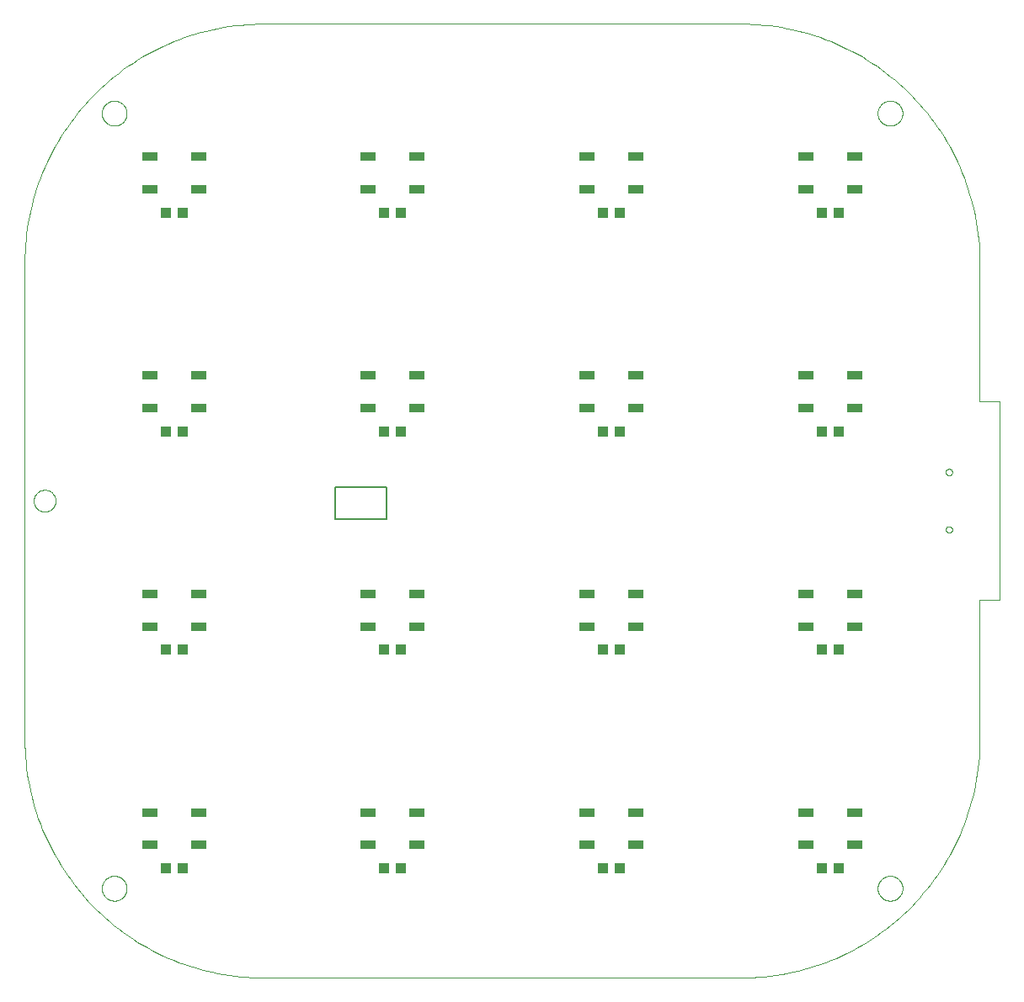
<source format=gtp>
G04 EAGLE Gerber RS-274X export*
G75*
%MOMM*%
%FSLAX34Y34*%
%LPD*%
%INtCream*%
%IPPOS*%
%AMOC8*
5,1,8,0,0,1.08239X$1,22.5*%
G01*
%ADD10C,0.076200*%
%ADD11C,0.152400*%
%ADD12C,0.000000*%
%ADD13R,1.100000X1.000000*%
%ADD14R,1.500000X0.900000*%


D10*
X0Y240000D02*
X70Y234201D01*
X280Y228405D01*
X630Y222616D01*
X1120Y216837D01*
X1750Y211071D01*
X2518Y205323D01*
X3426Y199594D01*
X4471Y193890D01*
X5654Y188212D01*
X6974Y182564D01*
X8430Y176950D01*
X10021Y171373D01*
X11746Y165836D01*
X13605Y160342D01*
X15596Y154895D01*
X17718Y149497D01*
X19970Y144152D01*
X22350Y138864D01*
X24858Y133634D01*
X27491Y128466D01*
X30248Y123364D01*
X33127Y118330D01*
X36128Y113366D01*
X39247Y108477D01*
X42484Y103664D01*
X45836Y98932D01*
X49301Y94281D01*
X52878Y89716D01*
X56564Y85238D01*
X60357Y80851D01*
X64256Y76556D01*
X68256Y72357D01*
X72357Y68256D01*
X76556Y64256D01*
X80851Y60357D01*
X85238Y56564D01*
X89716Y52878D01*
X94281Y49301D01*
X98932Y45836D01*
X103664Y42484D01*
X108477Y39247D01*
X113366Y36128D01*
X118330Y33127D01*
X123364Y30248D01*
X128466Y27491D01*
X133634Y24858D01*
X138864Y22350D01*
X144152Y19970D01*
X149497Y17718D01*
X154895Y15596D01*
X160342Y13605D01*
X165836Y11746D01*
X171373Y10021D01*
X176950Y8430D01*
X182564Y6974D01*
X188212Y5654D01*
X193890Y4471D01*
X199594Y3426D01*
X205323Y2518D01*
X211071Y1750D01*
X216837Y1120D01*
X222616Y630D01*
X228405Y280D01*
X234201Y70D01*
X240000Y0D01*
X0Y720000D02*
X70Y725799D01*
X280Y731595D01*
X630Y737384D01*
X1120Y743163D01*
X1750Y748929D01*
X2518Y754677D01*
X3426Y760406D01*
X4471Y766110D01*
X5654Y771788D01*
X6974Y777436D01*
X8430Y783050D01*
X10021Y788627D01*
X11746Y794164D01*
X13605Y799658D01*
X15596Y805105D01*
X17718Y810503D01*
X19970Y815848D01*
X22350Y821136D01*
X24858Y826366D01*
X27491Y831534D01*
X30248Y836636D01*
X33127Y841670D01*
X36128Y846634D01*
X39247Y851523D01*
X42484Y856336D01*
X45836Y861068D01*
X49301Y865719D01*
X52878Y870284D01*
X56564Y874762D01*
X60357Y879149D01*
X64256Y883444D01*
X68256Y887643D01*
X72357Y891744D01*
X76556Y895744D01*
X80851Y899643D01*
X85238Y903436D01*
X89716Y907122D01*
X94281Y910699D01*
X98932Y914164D01*
X103664Y917516D01*
X108477Y920753D01*
X113366Y923872D01*
X118330Y926873D01*
X123364Y929752D01*
X128466Y932509D01*
X133634Y935142D01*
X138864Y937650D01*
X144152Y940030D01*
X149497Y942282D01*
X154895Y944404D01*
X160342Y946395D01*
X165836Y948254D01*
X171373Y949979D01*
X176950Y951570D01*
X182564Y953026D01*
X188212Y954346D01*
X193890Y955529D01*
X199594Y956574D01*
X205323Y957482D01*
X211071Y958250D01*
X216837Y958880D01*
X222616Y959370D01*
X228405Y959720D01*
X234201Y959930D01*
X240000Y960000D01*
X720000Y960000D02*
X725799Y959930D01*
X731595Y959720D01*
X737384Y959370D01*
X743163Y958880D01*
X748929Y958250D01*
X754677Y957482D01*
X760406Y956574D01*
X766110Y955529D01*
X771788Y954346D01*
X777436Y953026D01*
X783050Y951570D01*
X788627Y949979D01*
X794164Y948254D01*
X799658Y946395D01*
X805105Y944404D01*
X810503Y942282D01*
X815848Y940030D01*
X821136Y937650D01*
X826366Y935142D01*
X831534Y932509D01*
X836636Y929752D01*
X841670Y926873D01*
X846634Y923872D01*
X851523Y920753D01*
X856336Y917516D01*
X861068Y914164D01*
X865719Y910699D01*
X870284Y907122D01*
X874762Y903436D01*
X879149Y899643D01*
X883444Y895744D01*
X887643Y891744D01*
X891744Y887643D01*
X895744Y883444D01*
X899643Y879149D01*
X903436Y874762D01*
X907122Y870284D01*
X910699Y865719D01*
X914164Y861068D01*
X917516Y856336D01*
X920753Y851523D01*
X923872Y846634D01*
X926873Y841670D01*
X929752Y836636D01*
X932509Y831534D01*
X935142Y826366D01*
X937650Y821136D01*
X940030Y815848D01*
X942282Y810503D01*
X944404Y805105D01*
X946395Y799658D01*
X948254Y794164D01*
X949979Y788627D01*
X951570Y783050D01*
X953026Y777436D01*
X954346Y771788D01*
X955529Y766110D01*
X956574Y760406D01*
X957482Y754677D01*
X958250Y748929D01*
X958880Y743163D01*
X959370Y737384D01*
X959720Y731595D01*
X959930Y725799D01*
X960000Y720000D01*
X960000Y240000D02*
X959930Y234201D01*
X959720Y228405D01*
X959370Y222616D01*
X958880Y216837D01*
X958250Y211071D01*
X957482Y205323D01*
X956574Y199594D01*
X955529Y193890D01*
X954346Y188212D01*
X953026Y182564D01*
X951570Y176950D01*
X949979Y171373D01*
X948254Y165836D01*
X946395Y160342D01*
X944404Y154895D01*
X942282Y149497D01*
X940030Y144152D01*
X937650Y138864D01*
X935142Y133634D01*
X932509Y128466D01*
X929752Y123364D01*
X926873Y118330D01*
X923872Y113366D01*
X920753Y108477D01*
X917516Y103664D01*
X914164Y98932D01*
X910699Y94281D01*
X907122Y89716D01*
X903436Y85238D01*
X899643Y80851D01*
X895744Y76556D01*
X891744Y72357D01*
X887643Y68256D01*
X883444Y64256D01*
X879149Y60357D01*
X874762Y56564D01*
X870284Y52878D01*
X865719Y49301D01*
X861068Y45836D01*
X856336Y42484D01*
X851523Y39247D01*
X846634Y36128D01*
X841670Y33127D01*
X836636Y30248D01*
X831534Y27491D01*
X826366Y24858D01*
X821136Y22350D01*
X815848Y19970D01*
X810503Y17718D01*
X805105Y15596D01*
X799658Y13605D01*
X794164Y11746D01*
X788627Y10021D01*
X783050Y8430D01*
X777436Y6974D01*
X771788Y5654D01*
X766110Y4471D01*
X760406Y3426D01*
X754677Y2518D01*
X748929Y1750D01*
X743163Y1120D01*
X737384Y630D01*
X731595Y280D01*
X725799Y70D01*
X720000Y0D01*
D11*
X364000Y462000D02*
X364000Y494000D01*
X312000Y494000D01*
X312000Y462000D01*
X364000Y462000D01*
D10*
X0Y240000D02*
X0Y720000D01*
X240000Y960000D02*
X720000Y960000D01*
X960000Y720000D02*
X960000Y580000D01*
X960000Y380000D02*
X960000Y240000D01*
X720000Y0D02*
X240000Y0D01*
X960000Y580000D02*
X980000Y580000D01*
X980000Y380000D01*
X960000Y380000D01*
D12*
X77500Y90000D02*
X77504Y90307D01*
X77515Y90613D01*
X77534Y90920D01*
X77560Y91225D01*
X77594Y91530D01*
X77635Y91834D01*
X77684Y92137D01*
X77740Y92439D01*
X77804Y92739D01*
X77875Y93037D01*
X77953Y93334D01*
X78038Y93629D01*
X78131Y93921D01*
X78231Y94211D01*
X78338Y94499D01*
X78452Y94784D01*
X78572Y95066D01*
X78700Y95344D01*
X78835Y95620D01*
X78976Y95892D01*
X79124Y96161D01*
X79278Y96426D01*
X79439Y96687D01*
X79607Y96945D01*
X79780Y97198D01*
X79960Y97446D01*
X80146Y97690D01*
X80337Y97930D01*
X80535Y98165D01*
X80738Y98394D01*
X80947Y98619D01*
X81161Y98839D01*
X81381Y99053D01*
X81606Y99262D01*
X81835Y99465D01*
X82070Y99663D01*
X82310Y99854D01*
X82554Y100040D01*
X82802Y100220D01*
X83055Y100393D01*
X83313Y100561D01*
X83574Y100722D01*
X83839Y100876D01*
X84108Y101024D01*
X84380Y101165D01*
X84656Y101300D01*
X84934Y101428D01*
X85216Y101548D01*
X85501Y101662D01*
X85789Y101769D01*
X86079Y101869D01*
X86371Y101962D01*
X86666Y102047D01*
X86963Y102125D01*
X87261Y102196D01*
X87561Y102260D01*
X87863Y102316D01*
X88166Y102365D01*
X88470Y102406D01*
X88775Y102440D01*
X89080Y102466D01*
X89387Y102485D01*
X89693Y102496D01*
X90000Y102500D01*
X90307Y102496D01*
X90613Y102485D01*
X90920Y102466D01*
X91225Y102440D01*
X91530Y102406D01*
X91834Y102365D01*
X92137Y102316D01*
X92439Y102260D01*
X92739Y102196D01*
X93037Y102125D01*
X93334Y102047D01*
X93629Y101962D01*
X93921Y101869D01*
X94211Y101769D01*
X94499Y101662D01*
X94784Y101548D01*
X95066Y101428D01*
X95344Y101300D01*
X95620Y101165D01*
X95892Y101024D01*
X96161Y100876D01*
X96426Y100722D01*
X96687Y100561D01*
X96945Y100393D01*
X97198Y100220D01*
X97446Y100040D01*
X97690Y99854D01*
X97930Y99663D01*
X98165Y99465D01*
X98394Y99262D01*
X98619Y99053D01*
X98839Y98839D01*
X99053Y98619D01*
X99262Y98394D01*
X99465Y98165D01*
X99663Y97930D01*
X99854Y97690D01*
X100040Y97446D01*
X100220Y97198D01*
X100393Y96945D01*
X100561Y96687D01*
X100722Y96426D01*
X100876Y96161D01*
X101024Y95892D01*
X101165Y95620D01*
X101300Y95344D01*
X101428Y95066D01*
X101548Y94784D01*
X101662Y94499D01*
X101769Y94211D01*
X101869Y93921D01*
X101962Y93629D01*
X102047Y93334D01*
X102125Y93037D01*
X102196Y92739D01*
X102260Y92439D01*
X102316Y92137D01*
X102365Y91834D01*
X102406Y91530D01*
X102440Y91225D01*
X102466Y90920D01*
X102485Y90613D01*
X102496Y90307D01*
X102500Y90000D01*
X102496Y89693D01*
X102485Y89387D01*
X102466Y89080D01*
X102440Y88775D01*
X102406Y88470D01*
X102365Y88166D01*
X102316Y87863D01*
X102260Y87561D01*
X102196Y87261D01*
X102125Y86963D01*
X102047Y86666D01*
X101962Y86371D01*
X101869Y86079D01*
X101769Y85789D01*
X101662Y85501D01*
X101548Y85216D01*
X101428Y84934D01*
X101300Y84656D01*
X101165Y84380D01*
X101024Y84108D01*
X100876Y83839D01*
X100722Y83574D01*
X100561Y83313D01*
X100393Y83055D01*
X100220Y82802D01*
X100040Y82554D01*
X99854Y82310D01*
X99663Y82070D01*
X99465Y81835D01*
X99262Y81606D01*
X99053Y81381D01*
X98839Y81161D01*
X98619Y80947D01*
X98394Y80738D01*
X98165Y80535D01*
X97930Y80337D01*
X97690Y80146D01*
X97446Y79960D01*
X97198Y79780D01*
X96945Y79607D01*
X96687Y79439D01*
X96426Y79278D01*
X96161Y79124D01*
X95892Y78976D01*
X95620Y78835D01*
X95344Y78700D01*
X95066Y78572D01*
X94784Y78452D01*
X94499Y78338D01*
X94211Y78231D01*
X93921Y78131D01*
X93629Y78038D01*
X93334Y77953D01*
X93037Y77875D01*
X92739Y77804D01*
X92439Y77740D01*
X92137Y77684D01*
X91834Y77635D01*
X91530Y77594D01*
X91225Y77560D01*
X90920Y77534D01*
X90613Y77515D01*
X90307Y77504D01*
X90000Y77500D01*
X89693Y77504D01*
X89387Y77515D01*
X89080Y77534D01*
X88775Y77560D01*
X88470Y77594D01*
X88166Y77635D01*
X87863Y77684D01*
X87561Y77740D01*
X87261Y77804D01*
X86963Y77875D01*
X86666Y77953D01*
X86371Y78038D01*
X86079Y78131D01*
X85789Y78231D01*
X85501Y78338D01*
X85216Y78452D01*
X84934Y78572D01*
X84656Y78700D01*
X84380Y78835D01*
X84108Y78976D01*
X83839Y79124D01*
X83574Y79278D01*
X83313Y79439D01*
X83055Y79607D01*
X82802Y79780D01*
X82554Y79960D01*
X82310Y80146D01*
X82070Y80337D01*
X81835Y80535D01*
X81606Y80738D01*
X81381Y80947D01*
X81161Y81161D01*
X80947Y81381D01*
X80738Y81606D01*
X80535Y81835D01*
X80337Y82070D01*
X80146Y82310D01*
X79960Y82554D01*
X79780Y82802D01*
X79607Y83055D01*
X79439Y83313D01*
X79278Y83574D01*
X79124Y83839D01*
X78976Y84108D01*
X78835Y84380D01*
X78700Y84656D01*
X78572Y84934D01*
X78452Y85216D01*
X78338Y85501D01*
X78231Y85789D01*
X78131Y86079D01*
X78038Y86371D01*
X77953Y86666D01*
X77875Y86963D01*
X77804Y87261D01*
X77740Y87561D01*
X77684Y87863D01*
X77635Y88166D01*
X77594Y88470D01*
X77560Y88775D01*
X77534Y89080D01*
X77515Y89387D01*
X77504Y89693D01*
X77500Y90000D01*
X77500Y870000D02*
X77504Y870307D01*
X77515Y870613D01*
X77534Y870920D01*
X77560Y871225D01*
X77594Y871530D01*
X77635Y871834D01*
X77684Y872137D01*
X77740Y872439D01*
X77804Y872739D01*
X77875Y873037D01*
X77953Y873334D01*
X78038Y873629D01*
X78131Y873921D01*
X78231Y874211D01*
X78338Y874499D01*
X78452Y874784D01*
X78572Y875066D01*
X78700Y875344D01*
X78835Y875620D01*
X78976Y875892D01*
X79124Y876161D01*
X79278Y876426D01*
X79439Y876687D01*
X79607Y876945D01*
X79780Y877198D01*
X79960Y877446D01*
X80146Y877690D01*
X80337Y877930D01*
X80535Y878165D01*
X80738Y878394D01*
X80947Y878619D01*
X81161Y878839D01*
X81381Y879053D01*
X81606Y879262D01*
X81835Y879465D01*
X82070Y879663D01*
X82310Y879854D01*
X82554Y880040D01*
X82802Y880220D01*
X83055Y880393D01*
X83313Y880561D01*
X83574Y880722D01*
X83839Y880876D01*
X84108Y881024D01*
X84380Y881165D01*
X84656Y881300D01*
X84934Y881428D01*
X85216Y881548D01*
X85501Y881662D01*
X85789Y881769D01*
X86079Y881869D01*
X86371Y881962D01*
X86666Y882047D01*
X86963Y882125D01*
X87261Y882196D01*
X87561Y882260D01*
X87863Y882316D01*
X88166Y882365D01*
X88470Y882406D01*
X88775Y882440D01*
X89080Y882466D01*
X89387Y882485D01*
X89693Y882496D01*
X90000Y882500D01*
X90307Y882496D01*
X90613Y882485D01*
X90920Y882466D01*
X91225Y882440D01*
X91530Y882406D01*
X91834Y882365D01*
X92137Y882316D01*
X92439Y882260D01*
X92739Y882196D01*
X93037Y882125D01*
X93334Y882047D01*
X93629Y881962D01*
X93921Y881869D01*
X94211Y881769D01*
X94499Y881662D01*
X94784Y881548D01*
X95066Y881428D01*
X95344Y881300D01*
X95620Y881165D01*
X95892Y881024D01*
X96161Y880876D01*
X96426Y880722D01*
X96687Y880561D01*
X96945Y880393D01*
X97198Y880220D01*
X97446Y880040D01*
X97690Y879854D01*
X97930Y879663D01*
X98165Y879465D01*
X98394Y879262D01*
X98619Y879053D01*
X98839Y878839D01*
X99053Y878619D01*
X99262Y878394D01*
X99465Y878165D01*
X99663Y877930D01*
X99854Y877690D01*
X100040Y877446D01*
X100220Y877198D01*
X100393Y876945D01*
X100561Y876687D01*
X100722Y876426D01*
X100876Y876161D01*
X101024Y875892D01*
X101165Y875620D01*
X101300Y875344D01*
X101428Y875066D01*
X101548Y874784D01*
X101662Y874499D01*
X101769Y874211D01*
X101869Y873921D01*
X101962Y873629D01*
X102047Y873334D01*
X102125Y873037D01*
X102196Y872739D01*
X102260Y872439D01*
X102316Y872137D01*
X102365Y871834D01*
X102406Y871530D01*
X102440Y871225D01*
X102466Y870920D01*
X102485Y870613D01*
X102496Y870307D01*
X102500Y870000D01*
X102496Y869693D01*
X102485Y869387D01*
X102466Y869080D01*
X102440Y868775D01*
X102406Y868470D01*
X102365Y868166D01*
X102316Y867863D01*
X102260Y867561D01*
X102196Y867261D01*
X102125Y866963D01*
X102047Y866666D01*
X101962Y866371D01*
X101869Y866079D01*
X101769Y865789D01*
X101662Y865501D01*
X101548Y865216D01*
X101428Y864934D01*
X101300Y864656D01*
X101165Y864380D01*
X101024Y864108D01*
X100876Y863839D01*
X100722Y863574D01*
X100561Y863313D01*
X100393Y863055D01*
X100220Y862802D01*
X100040Y862554D01*
X99854Y862310D01*
X99663Y862070D01*
X99465Y861835D01*
X99262Y861606D01*
X99053Y861381D01*
X98839Y861161D01*
X98619Y860947D01*
X98394Y860738D01*
X98165Y860535D01*
X97930Y860337D01*
X97690Y860146D01*
X97446Y859960D01*
X97198Y859780D01*
X96945Y859607D01*
X96687Y859439D01*
X96426Y859278D01*
X96161Y859124D01*
X95892Y858976D01*
X95620Y858835D01*
X95344Y858700D01*
X95066Y858572D01*
X94784Y858452D01*
X94499Y858338D01*
X94211Y858231D01*
X93921Y858131D01*
X93629Y858038D01*
X93334Y857953D01*
X93037Y857875D01*
X92739Y857804D01*
X92439Y857740D01*
X92137Y857684D01*
X91834Y857635D01*
X91530Y857594D01*
X91225Y857560D01*
X90920Y857534D01*
X90613Y857515D01*
X90307Y857504D01*
X90000Y857500D01*
X89693Y857504D01*
X89387Y857515D01*
X89080Y857534D01*
X88775Y857560D01*
X88470Y857594D01*
X88166Y857635D01*
X87863Y857684D01*
X87561Y857740D01*
X87261Y857804D01*
X86963Y857875D01*
X86666Y857953D01*
X86371Y858038D01*
X86079Y858131D01*
X85789Y858231D01*
X85501Y858338D01*
X85216Y858452D01*
X84934Y858572D01*
X84656Y858700D01*
X84380Y858835D01*
X84108Y858976D01*
X83839Y859124D01*
X83574Y859278D01*
X83313Y859439D01*
X83055Y859607D01*
X82802Y859780D01*
X82554Y859960D01*
X82310Y860146D01*
X82070Y860337D01*
X81835Y860535D01*
X81606Y860738D01*
X81381Y860947D01*
X81161Y861161D01*
X80947Y861381D01*
X80738Y861606D01*
X80535Y861835D01*
X80337Y862070D01*
X80146Y862310D01*
X79960Y862554D01*
X79780Y862802D01*
X79607Y863055D01*
X79439Y863313D01*
X79278Y863574D01*
X79124Y863839D01*
X78976Y864108D01*
X78835Y864380D01*
X78700Y864656D01*
X78572Y864934D01*
X78452Y865216D01*
X78338Y865501D01*
X78231Y865789D01*
X78131Y866079D01*
X78038Y866371D01*
X77953Y866666D01*
X77875Y866963D01*
X77804Y867261D01*
X77740Y867561D01*
X77684Y867863D01*
X77635Y868166D01*
X77594Y868470D01*
X77560Y868775D01*
X77534Y869080D01*
X77515Y869387D01*
X77504Y869693D01*
X77500Y870000D01*
X857500Y870000D02*
X857504Y870307D01*
X857515Y870613D01*
X857534Y870920D01*
X857560Y871225D01*
X857594Y871530D01*
X857635Y871834D01*
X857684Y872137D01*
X857740Y872439D01*
X857804Y872739D01*
X857875Y873037D01*
X857953Y873334D01*
X858038Y873629D01*
X858131Y873921D01*
X858231Y874211D01*
X858338Y874499D01*
X858452Y874784D01*
X858572Y875066D01*
X858700Y875344D01*
X858835Y875620D01*
X858976Y875892D01*
X859124Y876161D01*
X859278Y876426D01*
X859439Y876687D01*
X859607Y876945D01*
X859780Y877198D01*
X859960Y877446D01*
X860146Y877690D01*
X860337Y877930D01*
X860535Y878165D01*
X860738Y878394D01*
X860947Y878619D01*
X861161Y878839D01*
X861381Y879053D01*
X861606Y879262D01*
X861835Y879465D01*
X862070Y879663D01*
X862310Y879854D01*
X862554Y880040D01*
X862802Y880220D01*
X863055Y880393D01*
X863313Y880561D01*
X863574Y880722D01*
X863839Y880876D01*
X864108Y881024D01*
X864380Y881165D01*
X864656Y881300D01*
X864934Y881428D01*
X865216Y881548D01*
X865501Y881662D01*
X865789Y881769D01*
X866079Y881869D01*
X866371Y881962D01*
X866666Y882047D01*
X866963Y882125D01*
X867261Y882196D01*
X867561Y882260D01*
X867863Y882316D01*
X868166Y882365D01*
X868470Y882406D01*
X868775Y882440D01*
X869080Y882466D01*
X869387Y882485D01*
X869693Y882496D01*
X870000Y882500D01*
X870307Y882496D01*
X870613Y882485D01*
X870920Y882466D01*
X871225Y882440D01*
X871530Y882406D01*
X871834Y882365D01*
X872137Y882316D01*
X872439Y882260D01*
X872739Y882196D01*
X873037Y882125D01*
X873334Y882047D01*
X873629Y881962D01*
X873921Y881869D01*
X874211Y881769D01*
X874499Y881662D01*
X874784Y881548D01*
X875066Y881428D01*
X875344Y881300D01*
X875620Y881165D01*
X875892Y881024D01*
X876161Y880876D01*
X876426Y880722D01*
X876687Y880561D01*
X876945Y880393D01*
X877198Y880220D01*
X877446Y880040D01*
X877690Y879854D01*
X877930Y879663D01*
X878165Y879465D01*
X878394Y879262D01*
X878619Y879053D01*
X878839Y878839D01*
X879053Y878619D01*
X879262Y878394D01*
X879465Y878165D01*
X879663Y877930D01*
X879854Y877690D01*
X880040Y877446D01*
X880220Y877198D01*
X880393Y876945D01*
X880561Y876687D01*
X880722Y876426D01*
X880876Y876161D01*
X881024Y875892D01*
X881165Y875620D01*
X881300Y875344D01*
X881428Y875066D01*
X881548Y874784D01*
X881662Y874499D01*
X881769Y874211D01*
X881869Y873921D01*
X881962Y873629D01*
X882047Y873334D01*
X882125Y873037D01*
X882196Y872739D01*
X882260Y872439D01*
X882316Y872137D01*
X882365Y871834D01*
X882406Y871530D01*
X882440Y871225D01*
X882466Y870920D01*
X882485Y870613D01*
X882496Y870307D01*
X882500Y870000D01*
X882496Y869693D01*
X882485Y869387D01*
X882466Y869080D01*
X882440Y868775D01*
X882406Y868470D01*
X882365Y868166D01*
X882316Y867863D01*
X882260Y867561D01*
X882196Y867261D01*
X882125Y866963D01*
X882047Y866666D01*
X881962Y866371D01*
X881869Y866079D01*
X881769Y865789D01*
X881662Y865501D01*
X881548Y865216D01*
X881428Y864934D01*
X881300Y864656D01*
X881165Y864380D01*
X881024Y864108D01*
X880876Y863839D01*
X880722Y863574D01*
X880561Y863313D01*
X880393Y863055D01*
X880220Y862802D01*
X880040Y862554D01*
X879854Y862310D01*
X879663Y862070D01*
X879465Y861835D01*
X879262Y861606D01*
X879053Y861381D01*
X878839Y861161D01*
X878619Y860947D01*
X878394Y860738D01*
X878165Y860535D01*
X877930Y860337D01*
X877690Y860146D01*
X877446Y859960D01*
X877198Y859780D01*
X876945Y859607D01*
X876687Y859439D01*
X876426Y859278D01*
X876161Y859124D01*
X875892Y858976D01*
X875620Y858835D01*
X875344Y858700D01*
X875066Y858572D01*
X874784Y858452D01*
X874499Y858338D01*
X874211Y858231D01*
X873921Y858131D01*
X873629Y858038D01*
X873334Y857953D01*
X873037Y857875D01*
X872739Y857804D01*
X872439Y857740D01*
X872137Y857684D01*
X871834Y857635D01*
X871530Y857594D01*
X871225Y857560D01*
X870920Y857534D01*
X870613Y857515D01*
X870307Y857504D01*
X870000Y857500D01*
X869693Y857504D01*
X869387Y857515D01*
X869080Y857534D01*
X868775Y857560D01*
X868470Y857594D01*
X868166Y857635D01*
X867863Y857684D01*
X867561Y857740D01*
X867261Y857804D01*
X866963Y857875D01*
X866666Y857953D01*
X866371Y858038D01*
X866079Y858131D01*
X865789Y858231D01*
X865501Y858338D01*
X865216Y858452D01*
X864934Y858572D01*
X864656Y858700D01*
X864380Y858835D01*
X864108Y858976D01*
X863839Y859124D01*
X863574Y859278D01*
X863313Y859439D01*
X863055Y859607D01*
X862802Y859780D01*
X862554Y859960D01*
X862310Y860146D01*
X862070Y860337D01*
X861835Y860535D01*
X861606Y860738D01*
X861381Y860947D01*
X861161Y861161D01*
X860947Y861381D01*
X860738Y861606D01*
X860535Y861835D01*
X860337Y862070D01*
X860146Y862310D01*
X859960Y862554D01*
X859780Y862802D01*
X859607Y863055D01*
X859439Y863313D01*
X859278Y863574D01*
X859124Y863839D01*
X858976Y864108D01*
X858835Y864380D01*
X858700Y864656D01*
X858572Y864934D01*
X858452Y865216D01*
X858338Y865501D01*
X858231Y865789D01*
X858131Y866079D01*
X858038Y866371D01*
X857953Y866666D01*
X857875Y866963D01*
X857804Y867261D01*
X857740Y867561D01*
X857684Y867863D01*
X857635Y868166D01*
X857594Y868470D01*
X857560Y868775D01*
X857534Y869080D01*
X857515Y869387D01*
X857504Y869693D01*
X857500Y870000D01*
X857500Y90000D02*
X857504Y90307D01*
X857515Y90613D01*
X857534Y90920D01*
X857560Y91225D01*
X857594Y91530D01*
X857635Y91834D01*
X857684Y92137D01*
X857740Y92439D01*
X857804Y92739D01*
X857875Y93037D01*
X857953Y93334D01*
X858038Y93629D01*
X858131Y93921D01*
X858231Y94211D01*
X858338Y94499D01*
X858452Y94784D01*
X858572Y95066D01*
X858700Y95344D01*
X858835Y95620D01*
X858976Y95892D01*
X859124Y96161D01*
X859278Y96426D01*
X859439Y96687D01*
X859607Y96945D01*
X859780Y97198D01*
X859960Y97446D01*
X860146Y97690D01*
X860337Y97930D01*
X860535Y98165D01*
X860738Y98394D01*
X860947Y98619D01*
X861161Y98839D01*
X861381Y99053D01*
X861606Y99262D01*
X861835Y99465D01*
X862070Y99663D01*
X862310Y99854D01*
X862554Y100040D01*
X862802Y100220D01*
X863055Y100393D01*
X863313Y100561D01*
X863574Y100722D01*
X863839Y100876D01*
X864108Y101024D01*
X864380Y101165D01*
X864656Y101300D01*
X864934Y101428D01*
X865216Y101548D01*
X865501Y101662D01*
X865789Y101769D01*
X866079Y101869D01*
X866371Y101962D01*
X866666Y102047D01*
X866963Y102125D01*
X867261Y102196D01*
X867561Y102260D01*
X867863Y102316D01*
X868166Y102365D01*
X868470Y102406D01*
X868775Y102440D01*
X869080Y102466D01*
X869387Y102485D01*
X869693Y102496D01*
X870000Y102500D01*
X870307Y102496D01*
X870613Y102485D01*
X870920Y102466D01*
X871225Y102440D01*
X871530Y102406D01*
X871834Y102365D01*
X872137Y102316D01*
X872439Y102260D01*
X872739Y102196D01*
X873037Y102125D01*
X873334Y102047D01*
X873629Y101962D01*
X873921Y101869D01*
X874211Y101769D01*
X874499Y101662D01*
X874784Y101548D01*
X875066Y101428D01*
X875344Y101300D01*
X875620Y101165D01*
X875892Y101024D01*
X876161Y100876D01*
X876426Y100722D01*
X876687Y100561D01*
X876945Y100393D01*
X877198Y100220D01*
X877446Y100040D01*
X877690Y99854D01*
X877930Y99663D01*
X878165Y99465D01*
X878394Y99262D01*
X878619Y99053D01*
X878839Y98839D01*
X879053Y98619D01*
X879262Y98394D01*
X879465Y98165D01*
X879663Y97930D01*
X879854Y97690D01*
X880040Y97446D01*
X880220Y97198D01*
X880393Y96945D01*
X880561Y96687D01*
X880722Y96426D01*
X880876Y96161D01*
X881024Y95892D01*
X881165Y95620D01*
X881300Y95344D01*
X881428Y95066D01*
X881548Y94784D01*
X881662Y94499D01*
X881769Y94211D01*
X881869Y93921D01*
X881962Y93629D01*
X882047Y93334D01*
X882125Y93037D01*
X882196Y92739D01*
X882260Y92439D01*
X882316Y92137D01*
X882365Y91834D01*
X882406Y91530D01*
X882440Y91225D01*
X882466Y90920D01*
X882485Y90613D01*
X882496Y90307D01*
X882500Y90000D01*
X882496Y89693D01*
X882485Y89387D01*
X882466Y89080D01*
X882440Y88775D01*
X882406Y88470D01*
X882365Y88166D01*
X882316Y87863D01*
X882260Y87561D01*
X882196Y87261D01*
X882125Y86963D01*
X882047Y86666D01*
X881962Y86371D01*
X881869Y86079D01*
X881769Y85789D01*
X881662Y85501D01*
X881548Y85216D01*
X881428Y84934D01*
X881300Y84656D01*
X881165Y84380D01*
X881024Y84108D01*
X880876Y83839D01*
X880722Y83574D01*
X880561Y83313D01*
X880393Y83055D01*
X880220Y82802D01*
X880040Y82554D01*
X879854Y82310D01*
X879663Y82070D01*
X879465Y81835D01*
X879262Y81606D01*
X879053Y81381D01*
X878839Y81161D01*
X878619Y80947D01*
X878394Y80738D01*
X878165Y80535D01*
X877930Y80337D01*
X877690Y80146D01*
X877446Y79960D01*
X877198Y79780D01*
X876945Y79607D01*
X876687Y79439D01*
X876426Y79278D01*
X876161Y79124D01*
X875892Y78976D01*
X875620Y78835D01*
X875344Y78700D01*
X875066Y78572D01*
X874784Y78452D01*
X874499Y78338D01*
X874211Y78231D01*
X873921Y78131D01*
X873629Y78038D01*
X873334Y77953D01*
X873037Y77875D01*
X872739Y77804D01*
X872439Y77740D01*
X872137Y77684D01*
X871834Y77635D01*
X871530Y77594D01*
X871225Y77560D01*
X870920Y77534D01*
X870613Y77515D01*
X870307Y77504D01*
X870000Y77500D01*
X869693Y77504D01*
X869387Y77515D01*
X869080Y77534D01*
X868775Y77560D01*
X868470Y77594D01*
X868166Y77635D01*
X867863Y77684D01*
X867561Y77740D01*
X867261Y77804D01*
X866963Y77875D01*
X866666Y77953D01*
X866371Y78038D01*
X866079Y78131D01*
X865789Y78231D01*
X865501Y78338D01*
X865216Y78452D01*
X864934Y78572D01*
X864656Y78700D01*
X864380Y78835D01*
X864108Y78976D01*
X863839Y79124D01*
X863574Y79278D01*
X863313Y79439D01*
X863055Y79607D01*
X862802Y79780D01*
X862554Y79960D01*
X862310Y80146D01*
X862070Y80337D01*
X861835Y80535D01*
X861606Y80738D01*
X861381Y80947D01*
X861161Y81161D01*
X860947Y81381D01*
X860738Y81606D01*
X860535Y81835D01*
X860337Y82070D01*
X860146Y82310D01*
X859960Y82554D01*
X859780Y82802D01*
X859607Y83055D01*
X859439Y83313D01*
X859278Y83574D01*
X859124Y83839D01*
X858976Y84108D01*
X858835Y84380D01*
X858700Y84656D01*
X858572Y84934D01*
X858452Y85216D01*
X858338Y85501D01*
X858231Y85789D01*
X858131Y86079D01*
X858038Y86371D01*
X857953Y86666D01*
X857875Y86963D01*
X857804Y87261D01*
X857740Y87561D01*
X857684Y87863D01*
X857635Y88166D01*
X857594Y88470D01*
X857560Y88775D01*
X857534Y89080D01*
X857515Y89387D01*
X857504Y89693D01*
X857500Y90000D01*
X9000Y480000D02*
X9003Y480270D01*
X9013Y480540D01*
X9030Y480809D01*
X9053Y481078D01*
X9083Y481347D01*
X9119Y481614D01*
X9162Y481881D01*
X9211Y482146D01*
X9267Y482410D01*
X9330Y482673D01*
X9398Y482934D01*
X9474Y483193D01*
X9555Y483450D01*
X9643Y483706D01*
X9737Y483959D01*
X9837Y484210D01*
X9944Y484458D01*
X10056Y484703D01*
X10175Y484946D01*
X10299Y485185D01*
X10429Y485422D01*
X10565Y485655D01*
X10707Y485885D01*
X10854Y486111D01*
X11007Y486334D01*
X11165Y486553D01*
X11328Y486768D01*
X11497Y486978D01*
X11671Y487185D01*
X11850Y487387D01*
X12033Y487585D01*
X12222Y487778D01*
X12415Y487967D01*
X12613Y488150D01*
X12815Y488329D01*
X13022Y488503D01*
X13232Y488672D01*
X13447Y488835D01*
X13666Y488993D01*
X13889Y489146D01*
X14115Y489293D01*
X14345Y489435D01*
X14578Y489571D01*
X14815Y489701D01*
X15054Y489825D01*
X15297Y489944D01*
X15542Y490056D01*
X15790Y490163D01*
X16041Y490263D01*
X16294Y490357D01*
X16550Y490445D01*
X16807Y490526D01*
X17066Y490602D01*
X17327Y490670D01*
X17590Y490733D01*
X17854Y490789D01*
X18119Y490838D01*
X18386Y490881D01*
X18653Y490917D01*
X18922Y490947D01*
X19191Y490970D01*
X19460Y490987D01*
X19730Y490997D01*
X20000Y491000D01*
X20270Y490997D01*
X20540Y490987D01*
X20809Y490970D01*
X21078Y490947D01*
X21347Y490917D01*
X21614Y490881D01*
X21881Y490838D01*
X22146Y490789D01*
X22410Y490733D01*
X22673Y490670D01*
X22934Y490602D01*
X23193Y490526D01*
X23450Y490445D01*
X23706Y490357D01*
X23959Y490263D01*
X24210Y490163D01*
X24458Y490056D01*
X24703Y489944D01*
X24946Y489825D01*
X25185Y489701D01*
X25422Y489571D01*
X25655Y489435D01*
X25885Y489293D01*
X26111Y489146D01*
X26334Y488993D01*
X26553Y488835D01*
X26768Y488672D01*
X26978Y488503D01*
X27185Y488329D01*
X27387Y488150D01*
X27585Y487967D01*
X27778Y487778D01*
X27967Y487585D01*
X28150Y487387D01*
X28329Y487185D01*
X28503Y486978D01*
X28672Y486768D01*
X28835Y486553D01*
X28993Y486334D01*
X29146Y486111D01*
X29293Y485885D01*
X29435Y485655D01*
X29571Y485422D01*
X29701Y485185D01*
X29825Y484946D01*
X29944Y484703D01*
X30056Y484458D01*
X30163Y484210D01*
X30263Y483959D01*
X30357Y483706D01*
X30445Y483450D01*
X30526Y483193D01*
X30602Y482934D01*
X30670Y482673D01*
X30733Y482410D01*
X30789Y482146D01*
X30838Y481881D01*
X30881Y481614D01*
X30917Y481347D01*
X30947Y481078D01*
X30970Y480809D01*
X30987Y480540D01*
X30997Y480270D01*
X31000Y480000D01*
X30997Y479730D01*
X30987Y479460D01*
X30970Y479191D01*
X30947Y478922D01*
X30917Y478653D01*
X30881Y478386D01*
X30838Y478119D01*
X30789Y477854D01*
X30733Y477590D01*
X30670Y477327D01*
X30602Y477066D01*
X30526Y476807D01*
X30445Y476550D01*
X30357Y476294D01*
X30263Y476041D01*
X30163Y475790D01*
X30056Y475542D01*
X29944Y475297D01*
X29825Y475054D01*
X29701Y474815D01*
X29571Y474578D01*
X29435Y474345D01*
X29293Y474115D01*
X29146Y473889D01*
X28993Y473666D01*
X28835Y473447D01*
X28672Y473232D01*
X28503Y473022D01*
X28329Y472815D01*
X28150Y472613D01*
X27967Y472415D01*
X27778Y472222D01*
X27585Y472033D01*
X27387Y471850D01*
X27185Y471671D01*
X26978Y471497D01*
X26768Y471328D01*
X26553Y471165D01*
X26334Y471007D01*
X26111Y470854D01*
X25885Y470707D01*
X25655Y470565D01*
X25422Y470429D01*
X25185Y470299D01*
X24946Y470175D01*
X24703Y470056D01*
X24458Y469944D01*
X24210Y469837D01*
X23959Y469737D01*
X23706Y469643D01*
X23450Y469555D01*
X23193Y469474D01*
X22934Y469398D01*
X22673Y469330D01*
X22410Y469267D01*
X22146Y469211D01*
X21881Y469162D01*
X21614Y469119D01*
X21347Y469083D01*
X21078Y469053D01*
X20809Y469030D01*
X20540Y469013D01*
X20270Y469003D01*
X20000Y469000D01*
X19730Y469003D01*
X19460Y469013D01*
X19191Y469030D01*
X18922Y469053D01*
X18653Y469083D01*
X18386Y469119D01*
X18119Y469162D01*
X17854Y469211D01*
X17590Y469267D01*
X17327Y469330D01*
X17066Y469398D01*
X16807Y469474D01*
X16550Y469555D01*
X16294Y469643D01*
X16041Y469737D01*
X15790Y469837D01*
X15542Y469944D01*
X15297Y470056D01*
X15054Y470175D01*
X14815Y470299D01*
X14578Y470429D01*
X14345Y470565D01*
X14115Y470707D01*
X13889Y470854D01*
X13666Y471007D01*
X13447Y471165D01*
X13232Y471328D01*
X13022Y471497D01*
X12815Y471671D01*
X12613Y471850D01*
X12415Y472033D01*
X12222Y472222D01*
X12033Y472415D01*
X11850Y472613D01*
X11671Y472815D01*
X11497Y473022D01*
X11328Y473232D01*
X11165Y473447D01*
X11007Y473666D01*
X10854Y473889D01*
X10707Y474115D01*
X10565Y474345D01*
X10429Y474578D01*
X10299Y474815D01*
X10175Y475054D01*
X10056Y475297D01*
X9944Y475542D01*
X9837Y475790D01*
X9737Y476041D01*
X9643Y476294D01*
X9555Y476550D01*
X9474Y476807D01*
X9398Y477066D01*
X9330Y477327D01*
X9267Y477590D01*
X9211Y477854D01*
X9162Y478119D01*
X9119Y478386D01*
X9083Y478653D01*
X9053Y478922D01*
X9030Y479191D01*
X9013Y479460D01*
X9003Y479730D01*
X9000Y480000D01*
D13*
X158500Y770000D03*
X141500Y770000D03*
X378500Y770000D03*
X361500Y770000D03*
X598500Y770000D03*
X581500Y770000D03*
X818500Y770000D03*
X801500Y770000D03*
X158500Y550000D03*
X141500Y550000D03*
X378500Y550000D03*
X361500Y550000D03*
X598500Y550000D03*
X581500Y550000D03*
X818500Y550000D03*
X801500Y550000D03*
X158500Y330000D03*
X141500Y330000D03*
X378500Y330000D03*
X361500Y330000D03*
X598500Y330000D03*
X581500Y330000D03*
X818500Y330000D03*
X801500Y330000D03*
X158500Y110000D03*
X141500Y110000D03*
X378500Y110000D03*
X361500Y110000D03*
X598500Y110000D03*
X581500Y110000D03*
X818500Y110000D03*
X801500Y110000D03*
D12*
X925950Y451100D02*
X925952Y451213D01*
X925958Y451327D01*
X925968Y451440D01*
X925982Y451552D01*
X925999Y451664D01*
X926021Y451776D01*
X926047Y451886D01*
X926076Y451996D01*
X926109Y452104D01*
X926146Y452212D01*
X926187Y452317D01*
X926231Y452422D01*
X926279Y452525D01*
X926330Y452626D01*
X926385Y452725D01*
X926444Y452822D01*
X926506Y452917D01*
X926571Y453010D01*
X926639Y453101D01*
X926710Y453189D01*
X926785Y453275D01*
X926862Y453358D01*
X926942Y453438D01*
X927025Y453515D01*
X927111Y453590D01*
X927199Y453661D01*
X927290Y453729D01*
X927383Y453794D01*
X927478Y453856D01*
X927575Y453915D01*
X927674Y453970D01*
X927775Y454021D01*
X927878Y454069D01*
X927983Y454113D01*
X928088Y454154D01*
X928196Y454191D01*
X928304Y454224D01*
X928414Y454253D01*
X928524Y454279D01*
X928636Y454301D01*
X928748Y454318D01*
X928860Y454332D01*
X928973Y454342D01*
X929087Y454348D01*
X929200Y454350D01*
X929313Y454348D01*
X929427Y454342D01*
X929540Y454332D01*
X929652Y454318D01*
X929764Y454301D01*
X929876Y454279D01*
X929986Y454253D01*
X930096Y454224D01*
X930204Y454191D01*
X930312Y454154D01*
X930417Y454113D01*
X930522Y454069D01*
X930625Y454021D01*
X930726Y453970D01*
X930825Y453915D01*
X930922Y453856D01*
X931017Y453794D01*
X931110Y453729D01*
X931201Y453661D01*
X931289Y453590D01*
X931375Y453515D01*
X931458Y453438D01*
X931538Y453358D01*
X931615Y453275D01*
X931690Y453189D01*
X931761Y453101D01*
X931829Y453010D01*
X931894Y452917D01*
X931956Y452822D01*
X932015Y452725D01*
X932070Y452626D01*
X932121Y452525D01*
X932169Y452422D01*
X932213Y452317D01*
X932254Y452212D01*
X932291Y452104D01*
X932324Y451996D01*
X932353Y451886D01*
X932379Y451776D01*
X932401Y451664D01*
X932418Y451552D01*
X932432Y451440D01*
X932442Y451327D01*
X932448Y451213D01*
X932450Y451100D01*
X932448Y450987D01*
X932442Y450873D01*
X932432Y450760D01*
X932418Y450648D01*
X932401Y450536D01*
X932379Y450424D01*
X932353Y450314D01*
X932324Y450204D01*
X932291Y450096D01*
X932254Y449988D01*
X932213Y449883D01*
X932169Y449778D01*
X932121Y449675D01*
X932070Y449574D01*
X932015Y449475D01*
X931956Y449378D01*
X931894Y449283D01*
X931829Y449190D01*
X931761Y449099D01*
X931690Y449011D01*
X931615Y448925D01*
X931538Y448842D01*
X931458Y448762D01*
X931375Y448685D01*
X931289Y448610D01*
X931201Y448539D01*
X931110Y448471D01*
X931017Y448406D01*
X930922Y448344D01*
X930825Y448285D01*
X930726Y448230D01*
X930625Y448179D01*
X930522Y448131D01*
X930417Y448087D01*
X930312Y448046D01*
X930204Y448009D01*
X930096Y447976D01*
X929986Y447947D01*
X929876Y447921D01*
X929764Y447899D01*
X929652Y447882D01*
X929540Y447868D01*
X929427Y447858D01*
X929313Y447852D01*
X929200Y447850D01*
X929087Y447852D01*
X928973Y447858D01*
X928860Y447868D01*
X928748Y447882D01*
X928636Y447899D01*
X928524Y447921D01*
X928414Y447947D01*
X928304Y447976D01*
X928196Y448009D01*
X928088Y448046D01*
X927983Y448087D01*
X927878Y448131D01*
X927775Y448179D01*
X927674Y448230D01*
X927575Y448285D01*
X927478Y448344D01*
X927383Y448406D01*
X927290Y448471D01*
X927199Y448539D01*
X927111Y448610D01*
X927025Y448685D01*
X926942Y448762D01*
X926862Y448842D01*
X926785Y448925D01*
X926710Y449011D01*
X926639Y449099D01*
X926571Y449190D01*
X926506Y449283D01*
X926444Y449378D01*
X926385Y449475D01*
X926330Y449574D01*
X926279Y449675D01*
X926231Y449778D01*
X926187Y449883D01*
X926146Y449988D01*
X926109Y450096D01*
X926076Y450204D01*
X926047Y450314D01*
X926021Y450424D01*
X925999Y450536D01*
X925982Y450648D01*
X925968Y450760D01*
X925958Y450873D01*
X925952Y450987D01*
X925950Y451100D01*
X925950Y508900D02*
X925952Y509013D01*
X925958Y509127D01*
X925968Y509240D01*
X925982Y509352D01*
X925999Y509464D01*
X926021Y509576D01*
X926047Y509686D01*
X926076Y509796D01*
X926109Y509904D01*
X926146Y510012D01*
X926187Y510117D01*
X926231Y510222D01*
X926279Y510325D01*
X926330Y510426D01*
X926385Y510525D01*
X926444Y510622D01*
X926506Y510717D01*
X926571Y510810D01*
X926639Y510901D01*
X926710Y510989D01*
X926785Y511075D01*
X926862Y511158D01*
X926942Y511238D01*
X927025Y511315D01*
X927111Y511390D01*
X927199Y511461D01*
X927290Y511529D01*
X927383Y511594D01*
X927478Y511656D01*
X927575Y511715D01*
X927674Y511770D01*
X927775Y511821D01*
X927878Y511869D01*
X927983Y511913D01*
X928088Y511954D01*
X928196Y511991D01*
X928304Y512024D01*
X928414Y512053D01*
X928524Y512079D01*
X928636Y512101D01*
X928748Y512118D01*
X928860Y512132D01*
X928973Y512142D01*
X929087Y512148D01*
X929200Y512150D01*
X929313Y512148D01*
X929427Y512142D01*
X929540Y512132D01*
X929652Y512118D01*
X929764Y512101D01*
X929876Y512079D01*
X929986Y512053D01*
X930096Y512024D01*
X930204Y511991D01*
X930312Y511954D01*
X930417Y511913D01*
X930522Y511869D01*
X930625Y511821D01*
X930726Y511770D01*
X930825Y511715D01*
X930922Y511656D01*
X931017Y511594D01*
X931110Y511529D01*
X931201Y511461D01*
X931289Y511390D01*
X931375Y511315D01*
X931458Y511238D01*
X931538Y511158D01*
X931615Y511075D01*
X931690Y510989D01*
X931761Y510901D01*
X931829Y510810D01*
X931894Y510717D01*
X931956Y510622D01*
X932015Y510525D01*
X932070Y510426D01*
X932121Y510325D01*
X932169Y510222D01*
X932213Y510117D01*
X932254Y510012D01*
X932291Y509904D01*
X932324Y509796D01*
X932353Y509686D01*
X932379Y509576D01*
X932401Y509464D01*
X932418Y509352D01*
X932432Y509240D01*
X932442Y509127D01*
X932448Y509013D01*
X932450Y508900D01*
X932448Y508787D01*
X932442Y508673D01*
X932432Y508560D01*
X932418Y508448D01*
X932401Y508336D01*
X932379Y508224D01*
X932353Y508114D01*
X932324Y508004D01*
X932291Y507896D01*
X932254Y507788D01*
X932213Y507683D01*
X932169Y507578D01*
X932121Y507475D01*
X932070Y507374D01*
X932015Y507275D01*
X931956Y507178D01*
X931894Y507083D01*
X931829Y506990D01*
X931761Y506899D01*
X931690Y506811D01*
X931615Y506725D01*
X931538Y506642D01*
X931458Y506562D01*
X931375Y506485D01*
X931289Y506410D01*
X931201Y506339D01*
X931110Y506271D01*
X931017Y506206D01*
X930922Y506144D01*
X930825Y506085D01*
X930726Y506030D01*
X930625Y505979D01*
X930522Y505931D01*
X930417Y505887D01*
X930312Y505846D01*
X930204Y505809D01*
X930096Y505776D01*
X929986Y505747D01*
X929876Y505721D01*
X929764Y505699D01*
X929652Y505682D01*
X929540Y505668D01*
X929427Y505658D01*
X929313Y505652D01*
X929200Y505650D01*
X929087Y505652D01*
X928973Y505658D01*
X928860Y505668D01*
X928748Y505682D01*
X928636Y505699D01*
X928524Y505721D01*
X928414Y505747D01*
X928304Y505776D01*
X928196Y505809D01*
X928088Y505846D01*
X927983Y505887D01*
X927878Y505931D01*
X927775Y505979D01*
X927674Y506030D01*
X927575Y506085D01*
X927478Y506144D01*
X927383Y506206D01*
X927290Y506271D01*
X927199Y506339D01*
X927111Y506410D01*
X927025Y506485D01*
X926942Y506562D01*
X926862Y506642D01*
X926785Y506725D01*
X926710Y506811D01*
X926639Y506899D01*
X926571Y506990D01*
X926506Y507083D01*
X926444Y507178D01*
X926385Y507275D01*
X926330Y507374D01*
X926279Y507475D01*
X926231Y507578D01*
X926187Y507683D01*
X926146Y507788D01*
X926109Y507896D01*
X926076Y508004D01*
X926047Y508114D01*
X926021Y508224D01*
X925999Y508336D01*
X925982Y508448D01*
X925968Y508560D01*
X925958Y508673D01*
X925952Y508787D01*
X925950Y508900D01*
D14*
X174500Y793500D03*
X174500Y826500D03*
X125500Y793500D03*
X125500Y826500D03*
X394500Y353500D03*
X394500Y386500D03*
X345500Y353500D03*
X345500Y386500D03*
X614500Y353500D03*
X614500Y386500D03*
X565500Y353500D03*
X565500Y386500D03*
X834500Y353500D03*
X834500Y386500D03*
X785500Y353500D03*
X785500Y386500D03*
X174500Y133500D03*
X174500Y166500D03*
X125500Y133500D03*
X125500Y166500D03*
X394500Y133500D03*
X394500Y166500D03*
X345500Y133500D03*
X345500Y166500D03*
X614500Y133500D03*
X614500Y166500D03*
X565500Y133500D03*
X565500Y166500D03*
X834500Y133500D03*
X834500Y166500D03*
X785500Y133500D03*
X785500Y166500D03*
X394500Y793500D03*
X394500Y826500D03*
X345500Y793500D03*
X345500Y826500D03*
X614500Y793500D03*
X614500Y826500D03*
X565500Y793500D03*
X565500Y826500D03*
X834500Y793500D03*
X834500Y826500D03*
X785500Y793500D03*
X785500Y826500D03*
X174500Y573500D03*
X174500Y606500D03*
X125500Y573500D03*
X125500Y606500D03*
X394500Y573500D03*
X394500Y606500D03*
X345500Y573500D03*
X345500Y606500D03*
X614500Y573500D03*
X614500Y606500D03*
X565500Y573500D03*
X565500Y606500D03*
X834500Y573500D03*
X834500Y606500D03*
X785500Y573500D03*
X785500Y606500D03*
X174500Y353500D03*
X174500Y386500D03*
X125500Y353500D03*
X125500Y386500D03*
M02*

</source>
